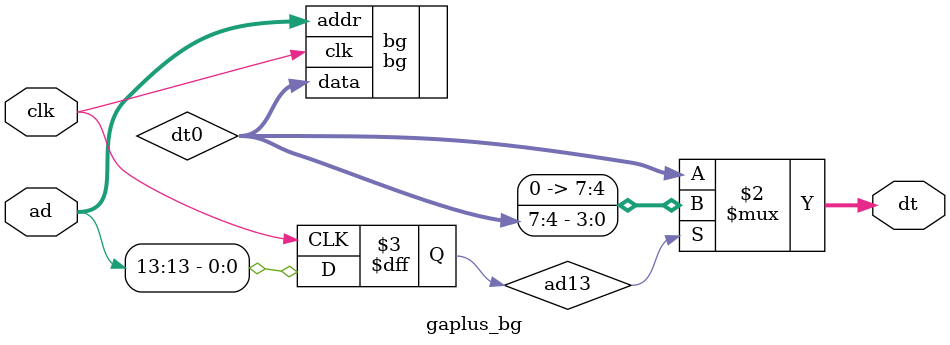
<source format=v>
module gaplus_bg(
   input				clk,
   input  [13:0]	ad,
   output  [7:0]	dt
);

wire [7:0] dt0;
bg bg(
	.clk(clk),
	.addr(ad),
	.data(dt0)
);

reg ad13;
always @( negedge clk ) ad13 <= ad[13];

assign dt = ad13 ? {4'h0,dt0[7:4]} : dt0;


endmodule 
</source>
